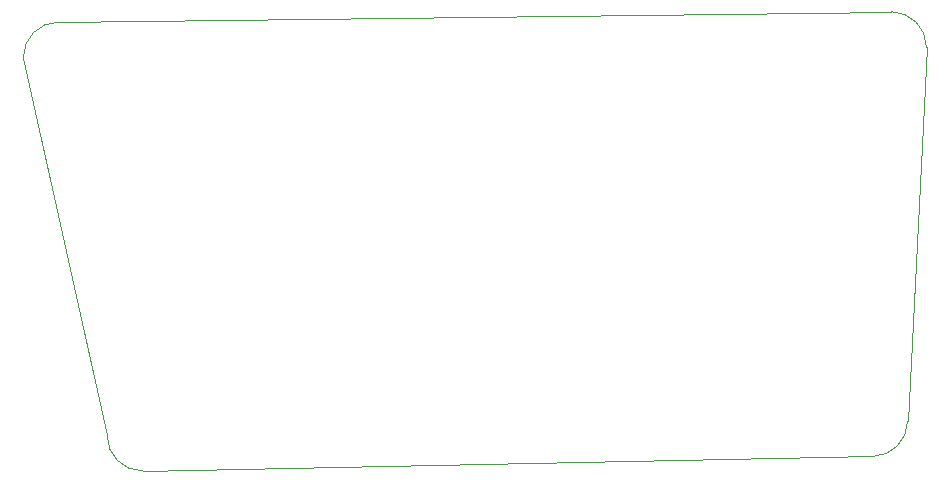
<source format=gm1>
G04 #@! TF.GenerationSoftware,KiCad,Pcbnew,7.0.11-7.0.11~ubuntu22.04.1*
G04 #@! TF.CreationDate,2024-06-23T17:04:06+02:00*
G04 #@! TF.ProjectId,RaspiZeroHat_12v_v2.5c,52617370-695a-4657-926f-4861745f3132,rev?*
G04 #@! TF.SameCoordinates,Original*
G04 #@! TF.FileFunction,Profile,NP*
%FSLAX46Y46*%
G04 Gerber Fmt 4.6, Leading zero omitted, Abs format (unit mm)*
G04 Created by KiCad (PCBNEW 7.0.11-7.0.11~ubuntu22.04.1) date 2024-06-23 17:04:06*
%MOMM*%
%LPD*%
G01*
G04 APERTURE LIST*
G04 #@! TA.AperFunction,Profile*
%ADD10C,0.100000*%
G04 #@! TD*
G04 APERTURE END LIST*
D10*
X163978680Y-100578680D02*
X102200000Y-101800000D01*
X168578680Y-65921320D02*
X166978680Y-97578680D01*
X95100000Y-63800000D02*
X165578680Y-62921320D01*
X99200000Y-98800000D02*
X92100000Y-66800000D01*
X99200000Y-98800000D02*
G75*
G03*
X102200000Y-101800000I3000001J1D01*
G01*
X163978680Y-100578680D02*
G75*
G03*
X166978680Y-97578680I-1J3000001D01*
G01*
X168578680Y-65921320D02*
G75*
G03*
X165578680Y-62921320I-3000001J-1D01*
G01*
X95100000Y-63800000D02*
G75*
G03*
X92100000Y-66800000I1J-3000001D01*
G01*
M02*

</source>
